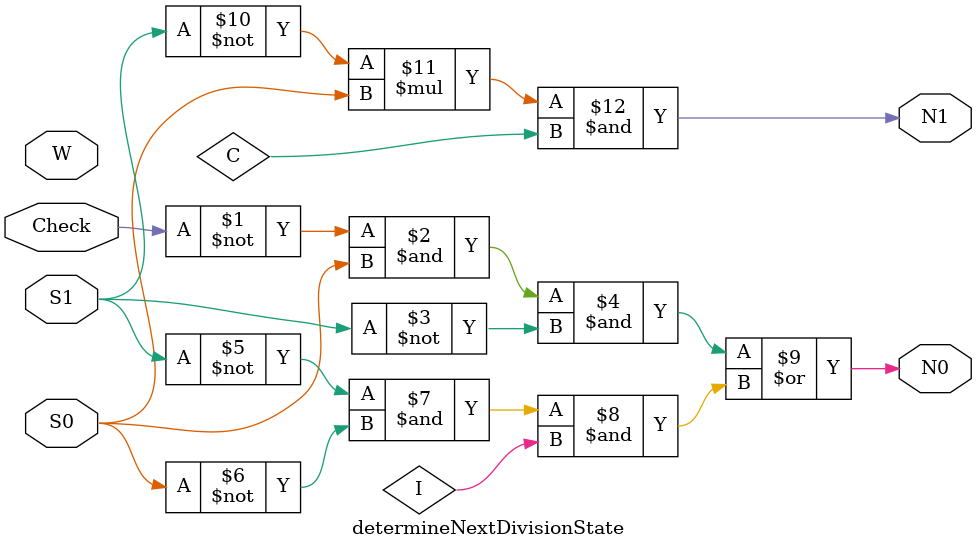
<source format=v>
module determineNextDivisionState(W, S1, S0, Check, N0, N1);
  input W;
  input S0;
  input S1;
  input Check;
  output N0;
  output N1;

  assign N0 = (~Check & S0 & ~S1) | (~S1 & ~S0 & I);
  assign N1 = ~S1 * S0 & C;

endmodule


</source>
